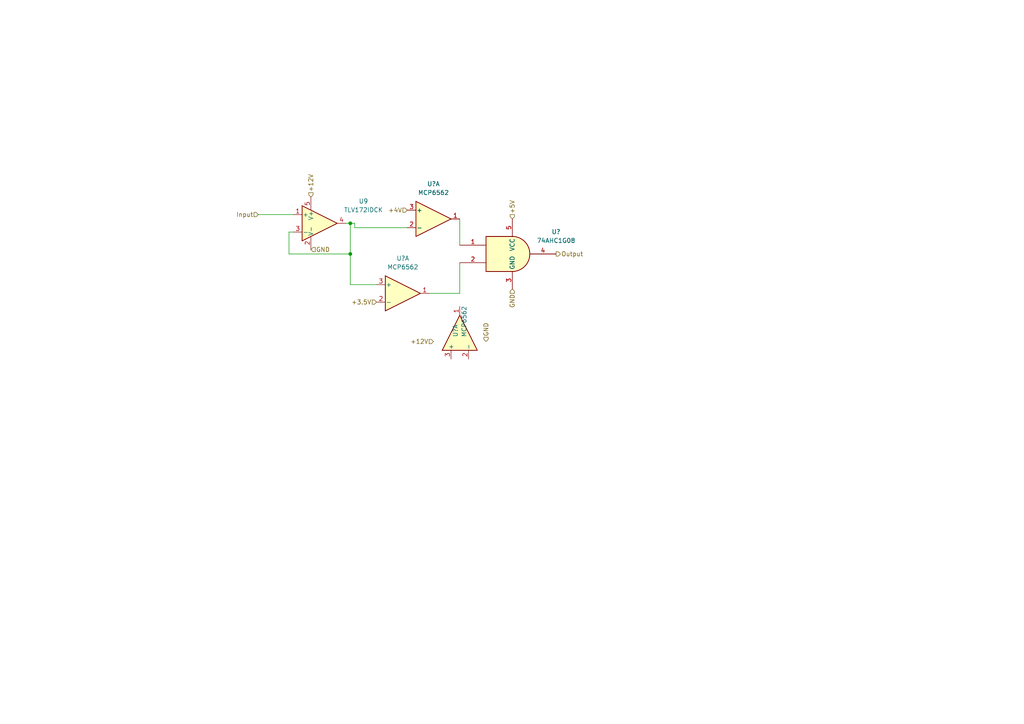
<source format=kicad_sch>
(kicad_sch (version 20250114) (generator "eeschema") (generator_version "9.0")
  (paper "A4")
  (lib_symbols
    (symbol "74xGxx:74AHC1G08"
      (property "Reference" "U" (at -2.54 3.81 0))
      (property "Value" "74AHC1G08" (at 0 -3.81 0))
      (symbol "74AHC1G08_0_1"
        (arc (start 0 5.08) (mid 5.0579 0) (end 0 -5.08) (stroke (width 0.254)) (fill (type background)))
        (polyline (pts (xy 0 -5.08) (xy -7.62 -5.08) (xy -7.62 5.08) (xy 0 5.08)) (stroke (width 0.254)) (fill (type background)))
      )
      (symbol "74AHC1G08_1_1"
        (pin input line (at -15.24 2.54 0) (length 7.62) (name "~") (number "1"))
        (pin input line (at -15.24 -2.54 0) (length 7.62) (name "~") (number "2"))
        (pin power_in line (at 0 10.16 270) (length 5.08) (name "VCC") (number "5"))
        (pin power_in line (at 0 -10.16 90) (length 5.08) (name "GND") (number "3"))
        (pin output line (at 12.7 0 180) (length 7.62) (name "~") (number "4"))
      )
    )
    (symbol "Amplifier_Operational:TLV172IDCK" (pin_names (offset 0.127))
      (property "Reference" "U" (at 7.62 2.54 0))
      (property "Value" "TLV172IDCK" (at 11.43 -2.54 0))
      (symbol "TLV172IDCK_0_1"
        (polyline (pts (xy -2.54 5.08) (xy -2.54 -5.08) (xy 7.62 0) (xy -2.54 5.08)) (stroke (width 0.254)) (fill (type background)))
      )
      (symbol "TLV172IDCK_1_1"
        (pin input line (at -5.08 2.54 0) (length 2.54) (name "+") (number "1"))
        (pin input line (at -5.08 -2.54 0) (length 2.54) (name "-") (number "3"))
        (pin power_in line (at 0 7.62 270) (length 3.81) (name "V+") (number "5"))
        (pin power_in line (at 0 -7.62 90) (length 3.81) (name "V-") (number "2"))
        (pin output line (at 10.16 0 180) (length 2.54) (name "~") (number "4"))
      )
    )
    (symbol "Comparator:MCP6562" (pin_names (offset 0.127))
      (property "Reference" "U" (at 3.81 3.81 0))
      (property "Value" "MCP6562" (at 6.35 -3.81 0))
      (symbol "MCP6562_1_1"
        (polyline (pts (xy -5.08 5.08) (xy 5.08 0) (xy -5.08 -5.08) (xy -5.08 5.08)) (stroke (width 0.254)) (fill (type background)))
        (pin input line (at -7.62 2.54 0) (length 2.54) (name "+") (number "3"))
        (pin input line (at -7.62 -2.54 0) (length 2.54) (name "-") (number "2"))
        (pin output line (at 7.62 0 180) (length 2.54) (name "~") (number "1"))
      )
      (symbol "MCP6562_2_1"
        (polyline (pts (xy -5.08 5.08) (xy 5.08 0) (xy -5.08 -5.08) (xy -5.08 5.08)) (stroke (width 0.254)) (fill (type background)))
        (pin input line (at -7.62 2.54 0) (length 2.54) (name "+") (number "5"))
        (pin input line (at -7.62 -2.54 0) (length 2.54) (name "-") (number "6"))
        (pin output line (at 7.62 0 180) (length 2.54) (name "~") (number "7"))
      )
      (symbol "MCP6562_3_1"
        (pin power_in line (at -2.54 7.62 270) (length 3.81) (name "V+") (number "8"))
        (pin power_in line (at -2.54 -7.62 90) (length 3.81) (name "V-") (number "4"))
      )
    )
  )
  (junction (at 101.6 64.77))
  (junction (at 101.6 73.66))
  (wire (pts (xy 102.87 66.04) (xy 118.11 66.04)))
  (wire (pts (xy 102.87 64.77) (xy 102.87 66.04)))
  (wire (pts (xy 101.6 64.77) (xy 102.87 64.77)))
  (wire (pts (xy 85.09 67.31) (xy 83.82 67.31)))
  (wire (pts (xy 124.46 85.09) (xy 133.35 85.09)))
  (wire (pts (xy 109.22 82.55) (xy 101.6 82.55)))
  (wire (pts (xy 133.35 63.5) (xy 133.35 71.12)))
  (wire (pts (xy 101.6 73.66) (xy 101.6 64.77)))
  (wire (pts (xy 100.33 64.77) (xy 101.6 64.77)))
  (wire (pts (xy 74.93 62.23) (xy 85.09 62.23)))
  (wire (pts (xy 133.35 85.09) (xy 133.35 76.2)))
  (wire (pts (xy 101.6 82.55) (xy 101.6 73.66)))
  (wire (pts (xy 83.82 73.66) (xy 101.6 73.66)))
  (wire (pts (xy 83.82 67.31) (xy 83.82 73.66)))
  (hierarchical_label "+12V" (shape input) (at 125.73 99.06 180))
  (hierarchical_label "+12V" (shape input) (at 90.17 57.15 90))
  (hierarchical_label "GND" (shape input) (at 90.17 72.39 0))
  (hierarchical_label "GND" (shape input) (at 140.97 99.06 90))
  (hierarchical_label "GND" (shape input) (at 148.59 83.82 270))
  (hierarchical_label "Input" (shape input) (at 74.93 62.23 180))
  (hierarchical_label "+3.5V" (shape input) (at 109.22 87.63 180))
  (hierarchical_label "+4V" (shape input) (at 118.11 60.96 180))
  (hierarchical_label "+5V" (shape input) (at 148.59 63.5 90))
  (hierarchical_label "Output" (shape output) (at 161.29 73.66 0))
  (symbol (lib_id "Comparator:MCP6562") (at 125.73 63.5 0) (unit 1)
    (property "Reference" "U?" (at 125.73 53.34 0))
    (property "Value" "MCP6562" (at 125.73 55.88 0))
    (property "Footprint" "Package_SO:MSOP-8_3x3mm_P0.65mm" (effects (hide yes)))
    (property "Datasheet" "http://ww1.microchip.com/downloads/en/DeviceDoc/MCP6561-1R-1U-2-4-1.8V-Low-Power-Push-Pull-Output-Comparator-DS20002139E.pdf" (effects (hide yes)))
    (property "Description" "Dual 1.8V Low-Power Push-Pull Output Comparator, SOIC-8/MSOP-8" (effects (hide yes)))
  )
  (symbol (lib_id "Amplifier_Operational:TLV172IDCK") (at 90.17 64.77 0) (unit 1)
    (property "Reference" "U9" (at 105.41 58.3498 0))
    (property "Value" "TLV172IDCK" (at 105.41 60.8898 0))
    (property "Footprint" "Package_TO_SOT_SMD:SOT-353_SC-70-5" (effects (hide yes)))
    (property "Datasheet" "http://www.ti.com/lit/ds/symlink/tlv172.pdf" (effects (hide yes)))
    (property "Description" "Low-power Operational Amplifier, SOT-353" (effects (hide yes)))
    (instances (project "" (path "" (reference "U9") (unit 1)) (path "" (reference "U17") (unit 1)) (path "" (reference "U10") (unit 1))))
  )
  (symbol (lib_id "Comparator:MCP6562") (at 116.84 85.09 0) (unit 1)
    (property "Reference" "U?" (at 116.84 74.93 0))
    (property "Value" "MCP6562" (at 116.84 77.47 0))
    (property "Datasheet" "http://ww1.microchip.com/downloads/en/DeviceDoc/MCP6561-1R-1U-2-4-1.8V-Low-Power-Push-Pull-Output-Comparator-DS20002139E.pdf" (effects (hide yes)))
    (property "Description" "Dual 1.8V Low-Power Push-Pull Output Comparator, SOIC-8/MSOP-8" (effects (hide yes)))
  )
  (symbol (lib_id "74xGxx:74AHC1G08") (at 148.59 73.66 0) (unit 1)
    (property "Reference" "U?" (at 161.29 67.2398 0))
    (property "Value" "74AHC1G08" (at 161.29 69.7798 0))
    (property "Footprint" "Package_TO_SOT_SMD:SOT-23-5" (effects (hide yes)))
    (property "Datasheet" "http://www.ti.com/lit/sg/scyt129e/scyt129e.pdf" (effects (hide yes)))
    (property "Description" "Single AND Gate, Low-Voltage CMOS" (effects (hide yes)))
  )
  (symbol (lib_id "Comparator:MCP6562") (at 133.35 96.52 90) (unit 1)
    (property "Reference" "U?" (at 132.0799 97.79 0) (effects (justify left)))
    (property "Value" "MCP6562" (at 134.6199 97.79 0) (effects (justify left)))
    (property "Datasheet" "http://ww1.microchip.com/downloads/en/DeviceDoc/MCP6561-1R-1U-2-4-1.8V-Low-Power-Push-Pull-Output-Comparator-DS20002139E.pdf" (effects (hide yes)))
    (property "Description" "Dual 1.8V Low-Power Push-Pull Output Comparator, SOIC-8/MSOP-8" (effects (hide yes)))
  )
)
</source>
